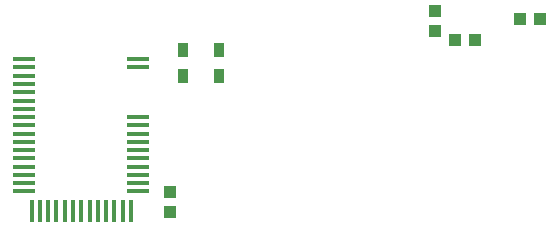
<source format=gbr>
%TF.GenerationSoftware,KiCad,Pcbnew,(5.1.8)-1*%
%TF.CreationDate,2021-03-07T17:47:24+01:00*%
%TF.ProjectId,splitboard,73706c69-7462-46f6-9172-642e6b696361,rev?*%
%TF.SameCoordinates,Original*%
%TF.FileFunction,Paste,Bot*%
%TF.FilePolarity,Positive*%
%FSLAX46Y46*%
G04 Gerber Fmt 4.6, Leading zero omitted, Abs format (unit mm)*
G04 Created by KiCad (PCBNEW (5.1.8)-1) date 2021-03-07 17:47:24*
%MOMM*%
%LPD*%
G01*
G04 APERTURE LIST*
%ADD10R,1.850000X0.450000*%
%ADD11R,0.450000X1.850000*%
%ADD12R,0.900000X1.200000*%
%ADD13R,1.000000X1.100000*%
%ADD14R,1.100000X1.000000*%
G04 APERTURE END LIST*
D10*
%TO.C,U5*%
X40387000Y-65342000D03*
X40387000Y-66042000D03*
X40387000Y-66742000D03*
X40387000Y-67442000D03*
X40387000Y-68142000D03*
X40387000Y-68842000D03*
X40387000Y-69542000D03*
X40387000Y-70242000D03*
X40387000Y-70942000D03*
X40387000Y-71642000D03*
X40387000Y-72342000D03*
X40387000Y-73042000D03*
X40387000Y-73742000D03*
X40387000Y-74442000D03*
X40387000Y-75142000D03*
X40387000Y-75842000D03*
X40387000Y-76542000D03*
D11*
X41012000Y-78167000D03*
X41712000Y-78167000D03*
X42412000Y-78167000D03*
X43112000Y-78167000D03*
X43812000Y-78167000D03*
X44512000Y-78167000D03*
X45212000Y-78167000D03*
X45912000Y-78167000D03*
X46612000Y-78167000D03*
X47312000Y-78167000D03*
X48012000Y-78167000D03*
X48712000Y-78167000D03*
X49412000Y-78167000D03*
D10*
X50037000Y-76542000D03*
X50037000Y-75842000D03*
X50037000Y-75142000D03*
X50037000Y-74442000D03*
X50037000Y-73742000D03*
X50037000Y-73042000D03*
X50037000Y-72342000D03*
X50037000Y-71642000D03*
X50037000Y-70942000D03*
X50037000Y-70242000D03*
X50037000Y-66042000D03*
X50037000Y-65342000D03*
%TD*%
D12*
%TO.C,R55*%
X56845200Y-66784400D03*
X56845200Y-64584400D03*
%TD*%
%TO.C,R54*%
X53848000Y-64584400D03*
X53848000Y-66784400D03*
%TD*%
D13*
%TO.C,R106*%
X75184000Y-61292000D03*
X75184000Y-62992000D03*
%TD*%
D14*
%TO.C,R103*%
X76874000Y-63754000D03*
X78574000Y-63754000D03*
%TD*%
%TO.C,R102*%
X82374000Y-61976000D03*
X84074000Y-61976000D03*
%TD*%
D13*
%TO.C,C4*%
X52705000Y-76620000D03*
X52705000Y-78320000D03*
%TD*%
M02*

</source>
